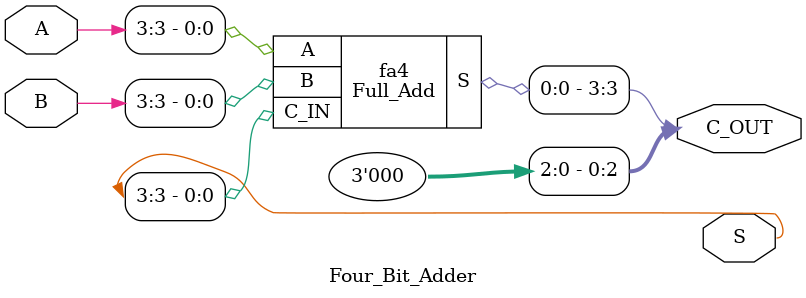
<source format=v>
module Half_Add(input A,B, output S,C);
xor g1(S,A,B);
and g2(C,A,B);
endmodule

module Full_Add(input A,B,C_IN,output S,C_OUT);
wire w1,w2,w3;
Half_Add ha1(A,B,w1,w2);
Half_Add ha2(w1,C_IN,S,w3);
or g1(C_OUT,w2,w3);
endmodule

module Four_Bit_Adder(input [0:3]A,B,output [0:3]S,C_OUT);
wire c1,c2,c3;
Full_Add fa1(A[0],B[0],S[0],c1);
Full_Add fa2(A[1],B[1],S[1],c2);
Full_Add fa3(A[2],B[2],S[2],c3);
Full_Add fa4(A[3],B[3],S[3],C_OUT);
endmodule

</source>
